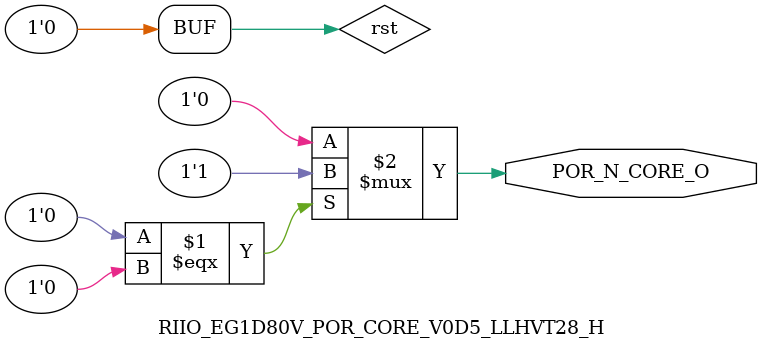
<source format=v>
`timescale 1ns/10ps
`celldefine
module RIIO_EG1D80V_POR_CORE_V0D5_LLHVT28_H(
	
		  POR_N_CORE_O
	
`ifdef USE_PG_PIN
		, VDDIO
		, VSSIO
		, VDD
		, VSS
		, VDD_POR
		, VSS_POR
`endif// USE_PG_PIN
);

	
	//outputs
output
`ifdef USE_AMS_EXTENSION
`ifdef INCA
    (* integer supplySensitivity = "VDD_POR";
	   integer groundSensitivity = "VSS_POR"; *)
`endif//INCA
`endif//USE_AMS_EXTENSION
  POR_N_CORE_O;



`ifdef USE_PG_PIN
	// supply
inout 
`ifdef USE_AMS_EXTENSION
`ifdef INCA
    (* integer inh_conn_prop_name = "vddio";
       integer inh_conn_def_value = "cds_globals.\\VDDIO! "; *)
`endif//INCA
`endif//USE_AMS_EXTENSION
  VDDIO;
inout 
`ifdef USE_AMS_EXTENSION
`ifdef INCA
    (* integer inh_conn_prop_name = "vssio";
       integer inh_conn_def_value = "cds_globals.\\VSSIO! "; *)
`endif//INCA
`endif//USE_AMS_EXTENSION
  VSSIO;
inout 
`ifdef USE_AMS_EXTENSION
`ifdef INCA
    (* integer inh_conn_prop_name = "vdd";
       integer inh_conn_def_value = "cds_globals.\\VDD! "; *)
`endif//INCA
`endif//USE_AMS_EXTENSION
  VDD;
inout 
`ifdef USE_AMS_EXTENSION
`ifdef INCA
    (* integer inh_conn_prop_name = "vss";
       integer inh_conn_def_value = "cds_globals.\\VSS! "; *)
`endif//INCA
`endif//USE_AMS_EXTENSION
  VSS;

inout 
`ifdef USE_AMS_EXTENSION
`ifdef INCA
    (* integer inh_conn_prop_name = "vdd_por";
       integer inh_conn_def_value = "cds_globals.\\VDD_POR! "; *)
`endif//INCA
`endif//USE_AMS_EXTENSION
  VDD_POR;
inout 
`ifdef USE_AMS_EXTENSION
`ifdef INCA
    (* integer inh_conn_prop_name = "vss_por";
       integer inh_conn_def_value = "cds_globals.\\VSS_POR! "; *)
`endif//INCA
`endif//USE_AMS_EXTENSION
  VSS_POR;
  
`endif// USE_PG_PIN


//////////////////////////////////////////////////////////
//MODEL
//////////////////////////////////////////////////////////

parameter DELAY = 20;

wire rst;
assign #(DELAY) rst = 1'b0;

assign POR_N_CORE_O = (rst===1'b0) ? 1'b1 : 1'b0;

endmodule
`endcelldefine

</source>
